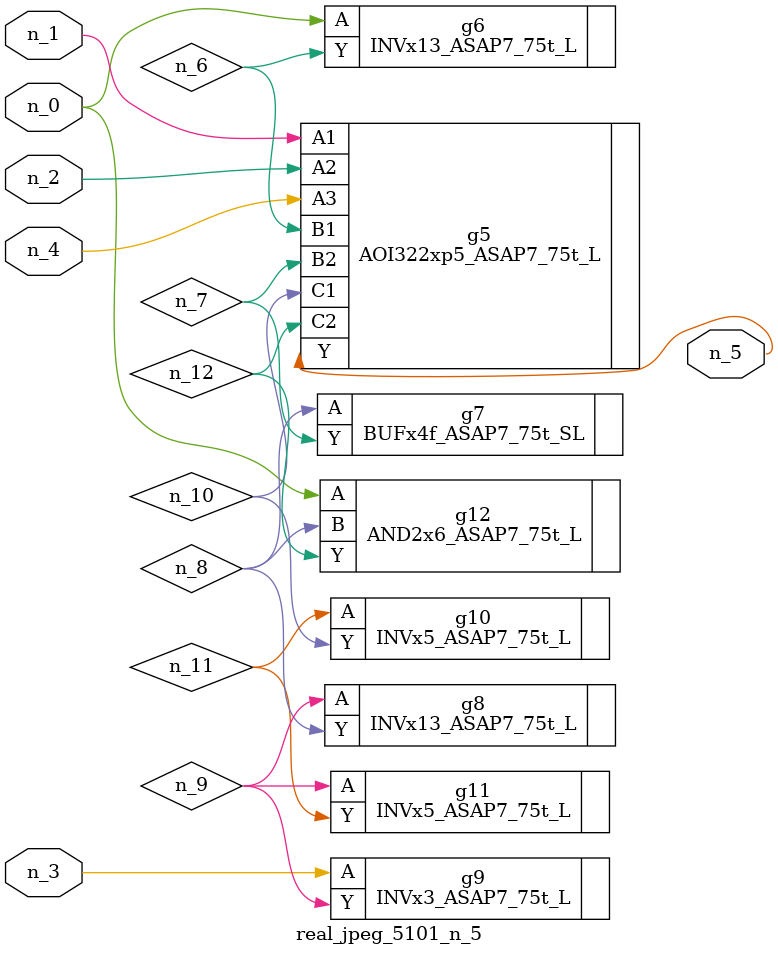
<source format=v>
module real_jpeg_5101_n_5 (n_4, n_0, n_1, n_2, n_3, n_5);

input n_4;
input n_0;
input n_1;
input n_2;
input n_3;

output n_5;

wire n_12;
wire n_8;
wire n_11;
wire n_6;
wire n_7;
wire n_10;
wire n_9;

INVx13_ASAP7_75t_L g6 ( 
.A(n_0),
.Y(n_6)
);

AND2x6_ASAP7_75t_L g12 ( 
.A(n_0),
.B(n_8),
.Y(n_12)
);

AOI322xp5_ASAP7_75t_L g5 ( 
.A1(n_1),
.A2(n_2),
.A3(n_4),
.B1(n_6),
.B2(n_7),
.C1(n_10),
.C2(n_12),
.Y(n_5)
);

INVx3_ASAP7_75t_L g9 ( 
.A(n_3),
.Y(n_9)
);

BUFx4f_ASAP7_75t_SL g7 ( 
.A(n_8),
.Y(n_7)
);

INVx13_ASAP7_75t_L g8 ( 
.A(n_9),
.Y(n_8)
);

INVx5_ASAP7_75t_L g11 ( 
.A(n_9),
.Y(n_11)
);

INVx5_ASAP7_75t_L g10 ( 
.A(n_11),
.Y(n_10)
);


endmodule
</source>
